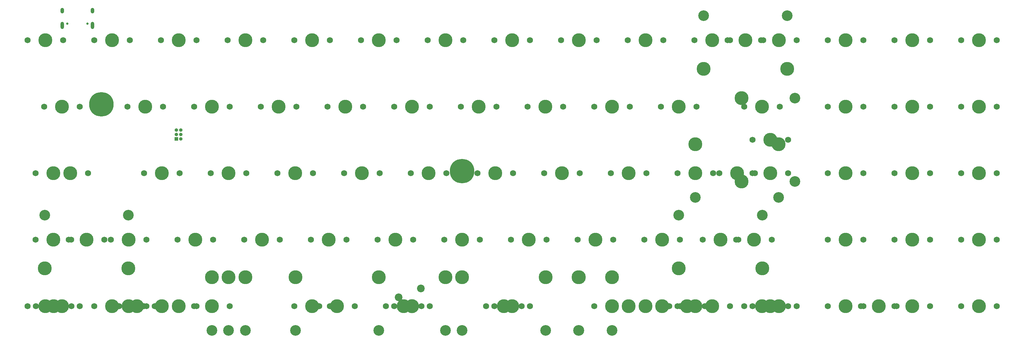
<source format=gbr>
%TF.GenerationSoftware,KiCad,Pcbnew,(7.0.0)*%
%TF.CreationDate,2023-03-04T14:45:49+01:00*%
%TF.ProjectId,qazimodo,71617a69-6d6f-4646-9f2e-6b696361645f,rev?*%
%TF.SameCoordinates,Original*%
%TF.FileFunction,Soldermask,Top*%
%TF.FilePolarity,Negative*%
%FSLAX46Y46*%
G04 Gerber Fmt 4.6, Leading zero omitted, Abs format (unit mm)*
G04 Created by KiCad (PCBNEW (7.0.0)) date 2023-03-04 14:45:49*
%MOMM*%
%LPD*%
G01*
G04 APERTURE LIST*
%ADD10C,1.750000*%
%ADD11C,3.987800*%
%ADD12C,3.048000*%
%ADD13C,4.000000*%
%ADD14C,2.200000*%
%ADD15C,1.000000*%
%ADD16C,7.001300*%
%ADD17C,7.000240*%
%ADD18C,0.650000*%
%ADD19O,1.000000X1.600000*%
%ADD20O,1.000000X2.100000*%
%ADD21R,1.000000X1.000000*%
%ADD22O,1.000000X1.000000*%
G04 APERTURE END LIST*
D10*
%TO.C,MX3*%
X88582500Y-55562500D03*
D11*
X93662500Y-55562500D03*
D10*
X98742500Y-55562500D03*
%TD*%
%TO.C,MX55b1*%
X55245000Y-131762500D03*
D11*
X60325000Y-131762500D03*
D10*
X65405000Y-131762500D03*
%TD*%
%TO.C,MX64a1*%
X233839503Y-131764508D03*
D11*
X238919503Y-131764508D03*
D10*
X243999503Y-131764508D03*
%TD*%
%TO.C,MX68*%
X317182500Y-131762500D03*
D11*
X322262500Y-131762500D03*
D10*
X327342500Y-131762500D03*
%TD*%
D11*
%TO.C,MX61*%
X174663687Y-123507500D03*
D12*
X174663687Y-138747500D03*
D10*
X181489937Y-131762500D03*
D11*
X186569937Y-131762500D03*
D10*
X191649937Y-131762500D03*
D11*
X198476187Y-123507500D03*
D12*
X198476187Y-138747500D03*
%TD*%
D10*
%TO.C,MX63a1*%
X226695000Y-131762500D03*
D11*
X231775000Y-131762500D03*
D10*
X236855000Y-131762500D03*
%TD*%
%TO.C,MX52*%
X279082500Y-112712500D03*
D11*
X284162500Y-112712500D03*
D10*
X289242500Y-112712500D03*
%TD*%
%TO.C,MX34*%
X140970000Y-93662500D03*
D11*
X146050000Y-93662500D03*
D10*
X151130000Y-93662500D03*
%TD*%
%TO.C,MX9*%
X202882500Y-55562500D03*
D11*
X207962500Y-55562500D03*
D10*
X213042500Y-55562500D03*
%TD*%
%TO.C,MX14*%
X298132500Y-55562500D03*
D11*
X303212500Y-55562500D03*
D10*
X308292500Y-55562500D03*
%TD*%
%TO.C,MX27*%
X279082500Y-74612500D03*
D11*
X284162500Y-74612500D03*
D10*
X289242500Y-74612500D03*
%TD*%
%TO.C,MX30a1*%
X52795628Y-93662501D03*
D11*
X57875628Y-93662501D03*
D10*
X62955628Y-93662501D03*
%TD*%
%TO.C,MX42*%
X317182500Y-93662500D03*
D11*
X322262500Y-93662500D03*
D10*
X327342500Y-93662500D03*
%TD*%
%TO.C,MX39a1*%
X236220000Y-93662500D03*
D11*
X241300000Y-93662500D03*
D10*
X246380000Y-93662500D03*
%TD*%
%TO.C,MX50*%
X207645000Y-112712500D03*
D11*
X212725000Y-112712500D03*
D10*
X217805000Y-112712500D03*
%TD*%
D11*
%TO.C,MX60b1*%
X112712500Y-123507500D03*
D12*
X112712500Y-138747500D03*
D10*
X155257500Y-131762500D03*
D11*
X160337500Y-131762500D03*
D10*
X165417500Y-131762500D03*
D11*
X207962500Y-123507500D03*
D12*
X207962500Y-138747500D03*
%TD*%
D10*
%TO.C,MX25*%
X231457500Y-74612500D03*
D11*
X236537500Y-74612500D03*
D10*
X241617500Y-74612500D03*
%TD*%
%TO.C,MX11*%
X240982500Y-55562500D03*
D11*
X246062500Y-55562500D03*
D10*
X251142500Y-55562500D03*
%TD*%
%TO.C,MX62*%
X212407500Y-131762500D03*
D11*
X217487500Y-131762500D03*
D10*
X222567500Y-131762500D03*
%TD*%
%TO.C,MX57b1*%
X83820000Y-131762500D03*
D11*
X88900000Y-131762500D03*
D10*
X93980000Y-131762500D03*
%TD*%
%TO.C,MX41*%
X298132500Y-93662500D03*
D11*
X303212500Y-93662500D03*
D10*
X308292500Y-93662500D03*
%TD*%
%TO.C,MX54*%
X317182500Y-112712500D03*
D11*
X322262500Y-112712500D03*
D10*
X327342500Y-112712500D03*
%TD*%
D12*
%TO.C,MX12a1*%
X243681250Y-48577500D03*
D11*
X243681250Y-63817500D03*
D10*
X250507500Y-55562500D03*
D11*
X255587500Y-55562500D03*
D10*
X260667500Y-55562500D03*
D12*
X267493750Y-48577500D03*
D11*
X267493750Y-63817500D03*
%TD*%
D10*
%TO.C,MX65a1*%
X257642743Y-131822903D03*
D11*
X262722743Y-131822903D03*
D10*
X267802743Y-131822903D03*
%TD*%
D13*
%TO.C,MX60c1*%
X160337500Y-131762500D03*
D14*
X156527500Y-129222500D03*
X162877500Y-126682500D03*
%TD*%
D10*
%TO.C,MX45*%
X112395000Y-112712500D03*
D11*
X117475000Y-112712500D03*
D10*
X122555000Y-112712500D03*
%TD*%
%TO.C,MX67*%
X298132500Y-131762500D03*
D11*
X303212500Y-131762500D03*
D10*
X308292500Y-131762500D03*
%TD*%
%TO.C,MX53*%
X298132500Y-112712500D03*
D11*
X303212500Y-112712500D03*
D10*
X308292500Y-112712500D03*
%TD*%
%TO.C,MX33*%
X121920000Y-93662500D03*
D11*
X127000000Y-93662500D03*
D10*
X132080000Y-93662500D03*
%TD*%
%TO.C,MX8*%
X183832500Y-55562500D03*
D11*
X188912500Y-55562500D03*
D10*
X193992500Y-55562500D03*
%TD*%
%TO.C,MX38*%
X217170000Y-93662500D03*
D11*
X222250000Y-93662500D03*
D10*
X227330000Y-93662500D03*
%TD*%
%TO.C,MX48*%
X169545000Y-112712500D03*
D11*
X174625000Y-112712500D03*
D10*
X179705000Y-112712500D03*
%TD*%
%TO.C,MX19*%
X117157500Y-74612500D03*
D11*
X122237500Y-74612500D03*
D10*
X127317500Y-74612500D03*
%TD*%
D11*
%TO.C,MX26a1*%
X254444500Y-72199500D03*
X254444500Y-96075500D03*
D10*
X257619500Y-84137500D03*
D11*
X262699500Y-84137500D03*
D10*
X267779500Y-84137500D03*
D12*
X269684500Y-72199500D03*
X269684500Y-96075500D03*
%TD*%
D10*
%TO.C,MX10*%
X221932500Y-55562500D03*
D11*
X227012500Y-55562500D03*
D10*
X232092500Y-55562500D03*
%TD*%
%TO.C,MX21*%
X155257500Y-74612500D03*
D11*
X160337500Y-74612500D03*
D10*
X165417500Y-74612500D03*
%TD*%
%TO.C,MX66a1*%
X288607500Y-131762500D03*
D11*
X293687500Y-131762500D03*
D10*
X298767500Y-131762500D03*
%TD*%
%TO.C,MX64c1*%
X236220000Y-131762500D03*
D11*
X241300000Y-131762500D03*
D10*
X246380000Y-131762500D03*
%TD*%
%TO.C,MX37*%
X198120000Y-93662500D03*
D11*
X203200000Y-93662500D03*
D10*
X208280000Y-93662500D03*
%TD*%
%TO.C,MX64*%
X236220000Y-131762500D03*
D11*
X241300000Y-131762500D03*
D10*
X246380000Y-131762500D03*
%TD*%
%TO.C,MX46*%
X131445000Y-112712500D03*
D11*
X136525000Y-112712500D03*
D10*
X141605000Y-112712500D03*
%TD*%
D11*
%TO.C,MX39*%
X241268250Y-85407500D03*
D12*
X241268250Y-100647500D03*
D10*
X248094500Y-93662500D03*
D11*
X253174500Y-93662500D03*
D10*
X258254500Y-93662500D03*
D11*
X265080750Y-85407500D03*
D12*
X265080750Y-100647500D03*
%TD*%
D10*
%TO.C,MX44*%
X93345000Y-112712500D03*
D11*
X98425000Y-112712500D03*
D10*
X103505000Y-112712500D03*
%TD*%
%TO.C,MX26*%
X255270000Y-74612500D03*
D11*
X260350000Y-74612500D03*
D10*
X265430000Y-74612500D03*
%TD*%
D11*
%TO.C,MX61a1*%
X169862500Y-123507500D03*
D12*
X169862500Y-138747500D03*
D10*
X183832500Y-131762500D03*
D11*
X188912500Y-131762500D03*
D10*
X193992500Y-131762500D03*
D11*
X207962500Y-123507500D03*
D12*
X207962500Y-138747500D03*
%TD*%
D10*
%TO.C,MX30*%
X57594500Y-93662500D03*
D11*
X62674500Y-93662500D03*
D10*
X67754500Y-93662500D03*
%TD*%
%TO.C,MX40*%
X279082500Y-93662500D03*
D11*
X284162500Y-93662500D03*
D10*
X289242500Y-93662500D03*
%TD*%
%TO.C,MX49*%
X188595000Y-112712500D03*
D11*
X193675000Y-112712500D03*
D10*
X198755000Y-112712500D03*
%TD*%
%TO.C,MX23*%
X193357500Y-74612500D03*
D11*
X198437500Y-74612500D03*
D10*
X203517500Y-74612500D03*
%TD*%
%TO.C,MX24*%
X212407500Y-74612500D03*
D11*
X217487500Y-74612500D03*
D10*
X222567500Y-74612500D03*
%TD*%
%TO.C,MX55*%
X50482500Y-131762500D03*
D11*
X55562500Y-131762500D03*
D10*
X60642500Y-131762500D03*
%TD*%
%TO.C,MX2*%
X79692500Y-55562500D03*
D11*
X74612500Y-55562500D03*
D10*
X69532500Y-55562500D03*
%TD*%
%TO.C,MX31*%
X83820000Y-93662500D03*
D11*
X88900000Y-93662500D03*
D10*
X93980000Y-93662500D03*
%TD*%
%TO.C,MX63b1*%
X217170000Y-131762500D03*
D11*
X222250000Y-131762500D03*
D10*
X227330000Y-131762500D03*
%TD*%
%TO.C,MX58*%
X98107500Y-131762500D03*
D11*
X103187500Y-131762500D03*
D10*
X108267500Y-131762500D03*
%TD*%
%TO.C,MX29*%
X317182500Y-74612500D03*
D11*
X322262500Y-74612500D03*
D10*
X327342500Y-74612500D03*
%TD*%
%TO.C,MX57a1*%
X88582500Y-131762500D03*
D11*
X93662500Y-131762500D03*
D10*
X98742500Y-131762500D03*
%TD*%
%TO.C,MX32*%
X102870000Y-93662500D03*
D11*
X107950000Y-93662500D03*
D10*
X113030000Y-93662500D03*
%TD*%
%TO.C,MX12*%
X260032500Y-55562500D03*
D11*
X265112500Y-55562500D03*
D10*
X270192500Y-55562500D03*
%TD*%
%TO.C,MX17*%
X79057500Y-74612500D03*
D11*
X84137500Y-74612500D03*
D10*
X89217500Y-74612500D03*
%TD*%
%TO.C,MX16*%
X55245000Y-74612500D03*
D11*
X60325000Y-74612500D03*
D10*
X65405000Y-74612500D03*
%TD*%
%TO.C,MX55a1*%
X52881621Y-131762500D03*
D11*
X57961621Y-131762500D03*
D10*
X63041621Y-131762500D03*
%TD*%
D11*
%TO.C,MX60a1*%
X107924600Y-123507500D03*
D12*
X107924600Y-138747500D03*
D10*
X152844500Y-131762500D03*
D11*
X157924500Y-131762500D03*
D10*
X163004500Y-131762500D03*
D11*
X207924400Y-123507500D03*
D12*
X207924400Y-138747500D03*
%TD*%
D10*
%TO.C,MX36*%
X179070000Y-93662500D03*
D11*
X184150000Y-93662500D03*
D10*
X189230000Y-93662500D03*
%TD*%
D11*
%TO.C,MX59a1*%
X112712500Y-123507500D03*
D12*
X112712500Y-138747500D03*
D10*
X126682500Y-131762500D03*
D11*
X131762500Y-131762500D03*
D10*
X136842500Y-131762500D03*
D11*
X150812500Y-123507500D03*
D12*
X150812500Y-138747500D03*
%TD*%
%TO.C,MX51b1*%
X236569250Y-105727500D03*
D11*
X236569250Y-120967500D03*
D10*
X243395500Y-112712500D03*
D11*
X248475500Y-112712500D03*
D10*
X253555500Y-112712500D03*
D12*
X260381750Y-105727500D03*
D11*
X260381750Y-120967500D03*
%TD*%
D10*
%TO.C,MX5*%
X126682500Y-55562500D03*
D11*
X131762500Y-55562500D03*
D10*
X136842500Y-55562500D03*
%TD*%
%TO.C,MX7*%
X164782500Y-55562500D03*
D11*
X169862500Y-55562500D03*
D10*
X174942500Y-55562500D03*
%TD*%
%TO.C,MX18*%
X98107500Y-74612500D03*
D11*
X103187500Y-74612500D03*
D10*
X108267500Y-74612500D03*
%TD*%
%TO.C,MX15*%
X317182500Y-55562500D03*
D11*
X322262500Y-55562500D03*
D10*
X327342500Y-55562500D03*
%TD*%
%TO.C,MX56b1*%
X74295000Y-131762500D03*
D11*
X79375000Y-131762500D03*
D10*
X84455000Y-131762500D03*
%TD*%
%TO.C,MX63*%
X221932500Y-131762500D03*
D11*
X227012500Y-131762500D03*
D10*
X232092500Y-131762500D03*
%TD*%
%TO.C,MX4*%
X107632500Y-55562500D03*
D11*
X112712500Y-55562500D03*
D10*
X117792500Y-55562500D03*
%TD*%
%TO.C,MX20*%
X136207500Y-74612500D03*
D11*
X141287500Y-74612500D03*
D10*
X146367500Y-74612500D03*
%TD*%
%TO.C,MX28*%
X298132500Y-74612500D03*
D11*
X303212500Y-74612500D03*
D10*
X308292500Y-74612500D03*
%TD*%
%TO.C,MX51*%
X226695000Y-112712500D03*
D11*
X231775000Y-112712500D03*
D10*
X236855000Y-112712500D03*
%TD*%
%TO.C,MX35*%
X160020000Y-93662500D03*
D11*
X165100000Y-93662500D03*
D10*
X170180000Y-93662500D03*
%TD*%
%TO.C,MX66*%
X279082500Y-131762500D03*
D11*
X284162500Y-131762500D03*
D10*
X289242500Y-131762500D03*
%TD*%
%TO.C,MX65*%
X255270000Y-131762500D03*
D11*
X260350000Y-131762500D03*
D10*
X265430000Y-131762500D03*
%TD*%
%TO.C,MX51a1*%
X252920500Y-112712500D03*
D11*
X258000500Y-112712500D03*
D10*
X263080500Y-112712500D03*
%TD*%
D11*
%TO.C,MX59*%
X127031750Y-123507500D03*
D12*
X127031750Y-138747500D03*
D10*
X133858000Y-131762500D03*
D11*
X138938000Y-131762500D03*
D10*
X144018000Y-131762500D03*
D11*
X150844250Y-123507500D03*
D12*
X150844250Y-138747500D03*
%TD*%
D10*
%TO.C,MX64b1*%
X240982500Y-131762500D03*
D11*
X246062500Y-131762500D03*
D10*
X251142500Y-131762500D03*
%TD*%
%TO.C,MX47*%
X150495000Y-112712500D03*
D11*
X155575000Y-112712500D03*
D10*
X160655000Y-112712500D03*
%TD*%
D15*
%TO.C,*%
X69325000Y-73991000D03*
X69325000Y-73991000D03*
X69998654Y-72364654D03*
X69998654Y-72364654D03*
X69998654Y-75617346D03*
X69998654Y-75617346D03*
X71625000Y-71691000D03*
X71625000Y-71691000D03*
D16*
X71625000Y-73991000D03*
X71625000Y-73991000D03*
D15*
X71625000Y-76291000D03*
X71625000Y-76291000D03*
X73251346Y-72364654D03*
X73251346Y-72364654D03*
X73251346Y-75617346D03*
X73251346Y-75617346D03*
X73925000Y-73991000D03*
X73925000Y-73991000D03*
D17*
X174625000Y-93091000D03*
X174625000Y-93091000D03*
%TD*%
D10*
%TO.C,MX39b1*%
X257619500Y-93662500D03*
D11*
X262699500Y-93662500D03*
D10*
X267779500Y-93662500D03*
%TD*%
%TO.C,MX56*%
X69532500Y-131762500D03*
D11*
X74612500Y-131762500D03*
D10*
X79692500Y-131762500D03*
%TD*%
%TO.C,MX43b1*%
X74295000Y-112712500D03*
D11*
X79375000Y-112712500D03*
D10*
X84455000Y-112712500D03*
%TD*%
%TO.C,MX43a1*%
X52839685Y-112727971D03*
D11*
X57919685Y-112727971D03*
D10*
X62999685Y-112727971D03*
%TD*%
%TO.C,MX65b1*%
X260032500Y-131762500D03*
D11*
X265112500Y-131762500D03*
D10*
X270192500Y-131762500D03*
%TD*%
%TO.C,MX22*%
X174307500Y-74612500D03*
D11*
X179387500Y-74612500D03*
D10*
X184467500Y-74612500D03*
%TD*%
%TO.C,MX56a1*%
X76687877Y-131789345D03*
D11*
X81767877Y-131789345D03*
D10*
X86847877Y-131789345D03*
%TD*%
%TO.C,MX13*%
X279082500Y-55562500D03*
D11*
X284162500Y-55562500D03*
D10*
X289242500Y-55562500D03*
%TD*%
%TO.C,MX6*%
X145732500Y-55562500D03*
D11*
X150812500Y-55562500D03*
D10*
X155892500Y-55562500D03*
%TD*%
D11*
%TO.C,MX60*%
X103187500Y-123507500D03*
D12*
X103187500Y-138747500D03*
D10*
X155257500Y-131762500D03*
D11*
X160337500Y-131762500D03*
D10*
X165417500Y-131762500D03*
D11*
X217487500Y-123507500D03*
D12*
X217487500Y-138747500D03*
%TD*%
D10*
%TO.C,MX1*%
X60642500Y-55562500D03*
D11*
X55562500Y-55562500D03*
D10*
X50482500Y-55562500D03*
%TD*%
D12*
%TO.C,MX43*%
X55467250Y-105727500D03*
D11*
X55467250Y-120967500D03*
D10*
X62293500Y-112712500D03*
D11*
X67373500Y-112712500D03*
D10*
X72453500Y-112712500D03*
D12*
X79279750Y-105727500D03*
D11*
X79279750Y-120967500D03*
%TD*%
D18*
%TO.C,J3*%
X61880000Y-50808000D03*
X67660000Y-50808000D03*
D19*
X60449999Y-47157999D03*
D20*
X60449999Y-51337999D03*
D19*
X69089999Y-47157999D03*
D20*
X69089999Y-51337999D03*
%TD*%
D21*
%TO.C,J1*%
X93037499Y-83819999D03*
D22*
X94307499Y-83819999D03*
X93037499Y-82549999D03*
X94307499Y-82549999D03*
X93037499Y-81279999D03*
X94307499Y-81279999D03*
%TD*%
M02*

</source>
